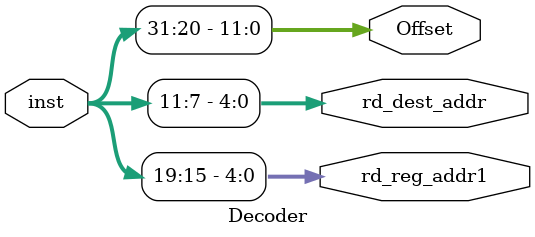
<source format=sv>
module Decoder(inst,rd_reg_addr1,rd_dest_addr,Offset);
input logic [31:0]inst;
output logic [4:0] rd_reg_addr1,rd_dest_addr;
output logic [11:0] Offset;

assign rd_reg_addr1=inst[19:15];
assign rd_dest_addr=inst[11:7];
assign Offset=inst[31:20];

endmodule

</source>
